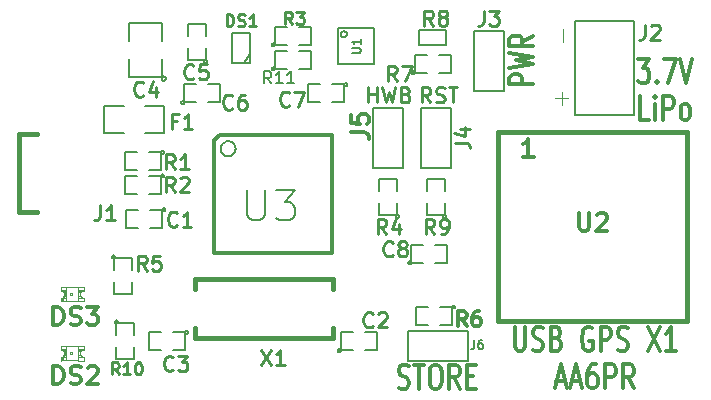
<source format=gto>
G04 (created by PCBNEW-RS274X (2012-01-19 BZR 3256)-stable) date 12/5/2012 4:20:54 PM*
G01*
G70*
G90*
%MOIN*%
G04 Gerber Fmt 3.4, Leading zero omitted, Abs format*
%FSLAX34Y34*%
G04 APERTURE LIST*
%ADD10C,0.006000*%
%ADD11C,0.012000*%
%ADD12C,0.010000*%
%ADD13C,0.005000*%
%ADD14C,0.008000*%
%ADD15C,0.015000*%
%ADD16C,0.002600*%
%ADD17C,0.004000*%
%ADD18C,0.002000*%
%ADD19C,0.003500*%
%ADD20C,0.012500*%
%ADD21C,0.006300*%
G04 APERTURE END LIST*
G54D10*
G54D11*
X54384Y-46126D02*
X54470Y-46164D01*
X54613Y-46164D01*
X54670Y-46126D01*
X54699Y-46088D01*
X54727Y-46011D01*
X54727Y-45935D01*
X54699Y-45859D01*
X54670Y-45821D01*
X54613Y-45783D01*
X54499Y-45745D01*
X54441Y-45707D01*
X54413Y-45669D01*
X54384Y-45592D01*
X54384Y-45516D01*
X54413Y-45440D01*
X54441Y-45402D01*
X54499Y-45364D01*
X54641Y-45364D01*
X54727Y-45402D01*
X54898Y-45364D02*
X55241Y-45364D01*
X55070Y-46164D02*
X55070Y-45364D01*
X55555Y-45364D02*
X55669Y-45364D01*
X55727Y-45402D01*
X55784Y-45478D01*
X55812Y-45630D01*
X55812Y-45897D01*
X55784Y-46050D01*
X55727Y-46126D01*
X55669Y-46164D01*
X55555Y-46164D01*
X55498Y-46126D01*
X55441Y-46050D01*
X55412Y-45897D01*
X55412Y-45630D01*
X55441Y-45478D01*
X55498Y-45402D01*
X55555Y-45364D01*
X56413Y-46164D02*
X56213Y-45783D01*
X56070Y-46164D02*
X56070Y-45364D01*
X56298Y-45364D01*
X56356Y-45402D01*
X56384Y-45440D01*
X56413Y-45516D01*
X56413Y-45630D01*
X56384Y-45707D01*
X56356Y-45745D01*
X56298Y-45783D01*
X56070Y-45783D01*
X56670Y-45745D02*
X56870Y-45745D01*
X56956Y-46164D02*
X56670Y-46164D01*
X56670Y-45364D01*
X56956Y-45364D01*
X62365Y-35174D02*
X62736Y-35174D01*
X62536Y-35479D01*
X62622Y-35479D01*
X62679Y-35517D01*
X62708Y-35555D01*
X62736Y-35631D01*
X62736Y-35821D01*
X62708Y-35898D01*
X62679Y-35936D01*
X62622Y-35974D01*
X62450Y-35974D01*
X62393Y-35936D01*
X62365Y-35898D01*
X62993Y-35898D02*
X63021Y-35936D01*
X62993Y-35974D01*
X62964Y-35936D01*
X62993Y-35898D01*
X62993Y-35974D01*
X63222Y-35174D02*
X63622Y-35174D01*
X63365Y-35974D01*
X63764Y-35174D02*
X63964Y-35974D01*
X64164Y-35174D01*
X62722Y-37214D02*
X62436Y-37214D01*
X62436Y-36414D01*
X62922Y-37214D02*
X62922Y-36680D01*
X62922Y-36414D02*
X62893Y-36452D01*
X62922Y-36490D01*
X62950Y-36452D01*
X62922Y-36414D01*
X62922Y-36490D01*
X63208Y-37214D02*
X63208Y-36414D01*
X63436Y-36414D01*
X63494Y-36452D01*
X63522Y-36490D01*
X63551Y-36566D01*
X63551Y-36680D01*
X63522Y-36757D01*
X63494Y-36795D01*
X63436Y-36833D01*
X63208Y-36833D01*
X63894Y-37214D02*
X63836Y-37176D01*
X63808Y-37138D01*
X63779Y-37061D01*
X63779Y-36833D01*
X63808Y-36757D01*
X63836Y-36719D01*
X63894Y-36680D01*
X63979Y-36680D01*
X64036Y-36719D01*
X64065Y-36757D01*
X64094Y-36833D01*
X64094Y-37061D01*
X64065Y-37138D01*
X64036Y-37176D01*
X63979Y-37214D01*
X63894Y-37214D01*
X58874Y-36025D02*
X58074Y-36025D01*
X58074Y-35797D01*
X58112Y-35739D01*
X58150Y-35711D01*
X58226Y-35682D01*
X58340Y-35682D01*
X58417Y-35711D01*
X58455Y-35739D01*
X58493Y-35797D01*
X58493Y-36025D01*
X58074Y-35482D02*
X58874Y-35339D01*
X58302Y-35225D01*
X58874Y-35111D01*
X58074Y-34968D01*
X58874Y-34396D02*
X58493Y-34596D01*
X58874Y-34739D02*
X58074Y-34739D01*
X58074Y-34511D01*
X58112Y-34453D01*
X58150Y-34425D01*
X58226Y-34396D01*
X58340Y-34396D01*
X58417Y-34425D01*
X58455Y-34453D01*
X58493Y-34511D01*
X58493Y-34739D01*
G54D12*
X53357Y-36619D02*
X53357Y-36119D01*
X53357Y-36357D02*
X53643Y-36357D01*
X53643Y-36619D02*
X53643Y-36119D01*
X53833Y-36119D02*
X53952Y-36619D01*
X54048Y-36262D01*
X54143Y-36619D01*
X54262Y-36119D01*
X54619Y-36357D02*
X54690Y-36381D01*
X54714Y-36405D01*
X54738Y-36453D01*
X54738Y-36524D01*
X54714Y-36572D01*
X54690Y-36596D01*
X54643Y-36619D01*
X54452Y-36619D01*
X54452Y-36119D01*
X54619Y-36119D01*
X54666Y-36143D01*
X54690Y-36167D01*
X54714Y-36215D01*
X54714Y-36262D01*
X54690Y-36310D01*
X54666Y-36334D01*
X54619Y-36357D01*
X54452Y-36357D01*
X55436Y-36619D02*
X55269Y-36381D01*
X55150Y-36619D02*
X55150Y-36119D01*
X55341Y-36119D01*
X55388Y-36143D01*
X55412Y-36167D01*
X55436Y-36215D01*
X55436Y-36286D01*
X55412Y-36334D01*
X55388Y-36357D01*
X55341Y-36381D01*
X55150Y-36381D01*
X55626Y-36596D02*
X55698Y-36619D01*
X55817Y-36619D01*
X55864Y-36596D01*
X55888Y-36572D01*
X55912Y-36524D01*
X55912Y-36477D01*
X55888Y-36429D01*
X55864Y-36405D01*
X55817Y-36381D01*
X55721Y-36357D01*
X55674Y-36334D01*
X55650Y-36310D01*
X55626Y-36262D01*
X55626Y-36215D01*
X55650Y-36167D01*
X55674Y-36143D01*
X55721Y-36119D01*
X55841Y-36119D01*
X55912Y-36143D01*
X56055Y-36119D02*
X56340Y-36119D01*
X56197Y-36619D02*
X56197Y-36119D01*
G54D11*
X58255Y-44111D02*
X58255Y-44758D01*
X58283Y-44835D01*
X58312Y-44873D01*
X58369Y-44911D01*
X58483Y-44911D01*
X58541Y-44873D01*
X58569Y-44835D01*
X58598Y-44758D01*
X58598Y-44111D01*
X58855Y-44873D02*
X58941Y-44911D01*
X59084Y-44911D01*
X59141Y-44873D01*
X59170Y-44835D01*
X59198Y-44758D01*
X59198Y-44682D01*
X59170Y-44606D01*
X59141Y-44568D01*
X59084Y-44530D01*
X58970Y-44492D01*
X58912Y-44454D01*
X58884Y-44416D01*
X58855Y-44339D01*
X58855Y-44263D01*
X58884Y-44187D01*
X58912Y-44149D01*
X58970Y-44111D01*
X59112Y-44111D01*
X59198Y-44149D01*
X59655Y-44492D02*
X59741Y-44530D01*
X59769Y-44568D01*
X59798Y-44644D01*
X59798Y-44758D01*
X59769Y-44835D01*
X59741Y-44873D01*
X59683Y-44911D01*
X59455Y-44911D01*
X59455Y-44111D01*
X59655Y-44111D01*
X59712Y-44149D01*
X59741Y-44187D01*
X59769Y-44263D01*
X59769Y-44339D01*
X59741Y-44416D01*
X59712Y-44454D01*
X59655Y-44492D01*
X59455Y-44492D01*
X60826Y-44149D02*
X60769Y-44111D01*
X60683Y-44111D01*
X60598Y-44149D01*
X60540Y-44225D01*
X60512Y-44301D01*
X60483Y-44454D01*
X60483Y-44568D01*
X60512Y-44720D01*
X60540Y-44797D01*
X60598Y-44873D01*
X60683Y-44911D01*
X60740Y-44911D01*
X60826Y-44873D01*
X60855Y-44835D01*
X60855Y-44568D01*
X60740Y-44568D01*
X61112Y-44911D02*
X61112Y-44111D01*
X61340Y-44111D01*
X61398Y-44149D01*
X61426Y-44187D01*
X61455Y-44263D01*
X61455Y-44377D01*
X61426Y-44454D01*
X61398Y-44492D01*
X61340Y-44530D01*
X61112Y-44530D01*
X61683Y-44873D02*
X61769Y-44911D01*
X61912Y-44911D01*
X61969Y-44873D01*
X61998Y-44835D01*
X62026Y-44758D01*
X62026Y-44682D01*
X61998Y-44606D01*
X61969Y-44568D01*
X61912Y-44530D01*
X61798Y-44492D01*
X61740Y-44454D01*
X61712Y-44416D01*
X61683Y-44339D01*
X61683Y-44263D01*
X61712Y-44187D01*
X61740Y-44149D01*
X61798Y-44111D01*
X61940Y-44111D01*
X62026Y-44149D01*
X62683Y-44111D02*
X63083Y-44911D01*
X63083Y-44111D02*
X62683Y-44911D01*
X63625Y-44911D02*
X63282Y-44911D01*
X63454Y-44911D02*
X63454Y-44111D01*
X63397Y-44225D01*
X63339Y-44301D01*
X63282Y-44339D01*
X59640Y-45922D02*
X59926Y-45922D01*
X59583Y-46151D02*
X59783Y-45351D01*
X59983Y-46151D01*
X60154Y-45922D02*
X60440Y-45922D01*
X60097Y-46151D02*
X60297Y-45351D01*
X60497Y-46151D01*
X60954Y-45351D02*
X60840Y-45351D01*
X60783Y-45389D01*
X60754Y-45427D01*
X60697Y-45541D01*
X60668Y-45694D01*
X60668Y-45998D01*
X60697Y-46075D01*
X60725Y-46113D01*
X60783Y-46151D01*
X60897Y-46151D01*
X60954Y-46113D01*
X60983Y-46075D01*
X61011Y-45998D01*
X61011Y-45808D01*
X60983Y-45732D01*
X60954Y-45694D01*
X60897Y-45656D01*
X60783Y-45656D01*
X60725Y-45694D01*
X60697Y-45732D01*
X60668Y-45808D01*
X61268Y-46151D02*
X61268Y-45351D01*
X61496Y-45351D01*
X61554Y-45389D01*
X61582Y-45427D01*
X61611Y-45503D01*
X61611Y-45617D01*
X61582Y-45694D01*
X61554Y-45732D01*
X61496Y-45770D01*
X61268Y-45770D01*
X62211Y-46151D02*
X62011Y-45770D01*
X61868Y-46151D02*
X61868Y-45351D01*
X62096Y-45351D01*
X62154Y-45389D01*
X62182Y-45427D01*
X62211Y-45503D01*
X62211Y-45617D01*
X62182Y-45694D01*
X62154Y-45732D01*
X62096Y-45770D01*
X61868Y-45770D01*
G54D13*
X49425Y-35000D02*
X49225Y-35300D01*
X49425Y-34300D02*
X49425Y-35325D01*
X49425Y-35325D02*
X48825Y-35325D01*
X48825Y-35325D02*
X48825Y-34300D01*
X48825Y-34300D02*
X49425Y-34300D01*
G54D14*
X62234Y-33901D02*
X62234Y-37049D01*
X62234Y-37049D02*
X60266Y-37049D01*
X60266Y-33901D02*
X62234Y-33901D01*
X60266Y-37049D02*
X60266Y-33901D01*
G54D13*
X62234Y-34590D02*
X62234Y-36360D01*
X61054Y-37049D02*
X60266Y-37049D01*
X60266Y-37049D02*
X60266Y-36163D01*
X60266Y-34787D02*
X60266Y-33901D01*
X60266Y-33901D02*
X61054Y-33901D01*
G54D14*
X52653Y-34344D02*
X52651Y-34363D01*
X52645Y-34382D01*
X52636Y-34399D01*
X52623Y-34414D01*
X52608Y-34426D01*
X52591Y-34436D01*
X52573Y-34441D01*
X52553Y-34443D01*
X52535Y-34442D01*
X52516Y-34436D01*
X52499Y-34427D01*
X52484Y-34415D01*
X52471Y-34400D01*
X52462Y-34383D01*
X52456Y-34364D01*
X52454Y-34345D01*
X52455Y-34326D01*
X52461Y-34308D01*
X52469Y-34290D01*
X52482Y-34275D01*
X52496Y-34262D01*
X52513Y-34253D01*
X52532Y-34247D01*
X52551Y-34245D01*
X52570Y-34246D01*
X52589Y-34251D01*
X52606Y-34260D01*
X52621Y-34272D01*
X52634Y-34287D01*
X52644Y-34304D01*
X52650Y-34322D01*
X52652Y-34342D01*
X52653Y-34344D01*
X52353Y-35344D02*
X52353Y-34144D01*
X52353Y-34144D02*
X53553Y-34144D01*
X53553Y-34144D02*
X53553Y-35344D01*
X53553Y-35344D02*
X52353Y-35344D01*
G54D15*
X41732Y-37677D02*
X42323Y-37677D01*
X41732Y-40275D02*
X42323Y-40275D01*
X41732Y-37677D02*
X41732Y-40275D01*
G54D13*
X46566Y-38283D02*
X46565Y-38292D01*
X46562Y-38302D01*
X46557Y-38310D01*
X46551Y-38318D01*
X46543Y-38324D01*
X46535Y-38329D01*
X46526Y-38331D01*
X46516Y-38332D01*
X46507Y-38332D01*
X46498Y-38329D01*
X46489Y-38324D01*
X46482Y-38318D01*
X46475Y-38311D01*
X46471Y-38302D01*
X46468Y-38293D01*
X46467Y-38283D01*
X46467Y-38274D01*
X46470Y-38265D01*
X46474Y-38256D01*
X46481Y-38249D01*
X46488Y-38242D01*
X46496Y-38238D01*
X46506Y-38235D01*
X46515Y-38234D01*
X46524Y-38234D01*
X46534Y-38237D01*
X46542Y-38241D01*
X46550Y-38247D01*
X46556Y-38255D01*
X46561Y-38263D01*
X46564Y-38272D01*
X46565Y-38282D01*
X46566Y-38283D01*
X46066Y-38283D02*
X46466Y-38283D01*
X46466Y-38283D02*
X46466Y-38883D01*
X46466Y-38883D02*
X46066Y-38883D01*
X45666Y-38883D02*
X45266Y-38883D01*
X45266Y-38883D02*
X45266Y-38283D01*
X45266Y-38283D02*
X45666Y-38283D01*
X46566Y-39070D02*
X46565Y-39079D01*
X46562Y-39089D01*
X46557Y-39097D01*
X46551Y-39105D01*
X46543Y-39111D01*
X46535Y-39116D01*
X46526Y-39118D01*
X46516Y-39119D01*
X46507Y-39119D01*
X46498Y-39116D01*
X46489Y-39111D01*
X46482Y-39105D01*
X46475Y-39098D01*
X46471Y-39089D01*
X46468Y-39080D01*
X46467Y-39070D01*
X46467Y-39061D01*
X46470Y-39052D01*
X46474Y-39043D01*
X46481Y-39036D01*
X46488Y-39029D01*
X46496Y-39025D01*
X46506Y-39022D01*
X46515Y-39021D01*
X46524Y-39021D01*
X46534Y-39024D01*
X46542Y-39028D01*
X46550Y-39034D01*
X46556Y-39042D01*
X46561Y-39050D01*
X46564Y-39059D01*
X46565Y-39069D01*
X46566Y-39070D01*
X46066Y-39070D02*
X46466Y-39070D01*
X46466Y-39070D02*
X46466Y-39670D01*
X46466Y-39670D02*
X46066Y-39670D01*
X45666Y-39670D02*
X45266Y-39670D01*
X45266Y-39670D02*
X45266Y-39070D01*
X45266Y-39070D02*
X45666Y-39070D01*
X50250Y-34700D02*
X50249Y-34709D01*
X50246Y-34719D01*
X50241Y-34727D01*
X50235Y-34735D01*
X50227Y-34741D01*
X50219Y-34746D01*
X50210Y-34748D01*
X50200Y-34749D01*
X50191Y-34749D01*
X50182Y-34746D01*
X50173Y-34741D01*
X50166Y-34735D01*
X50159Y-34728D01*
X50155Y-34719D01*
X50152Y-34710D01*
X50151Y-34700D01*
X50151Y-34691D01*
X50154Y-34682D01*
X50158Y-34673D01*
X50165Y-34666D01*
X50172Y-34659D01*
X50180Y-34655D01*
X50190Y-34652D01*
X50199Y-34651D01*
X50208Y-34651D01*
X50218Y-34654D01*
X50226Y-34658D01*
X50234Y-34664D01*
X50240Y-34672D01*
X50245Y-34680D01*
X50248Y-34689D01*
X50249Y-34699D01*
X50250Y-34700D01*
X50650Y-34700D02*
X50250Y-34700D01*
X50250Y-34700D02*
X50250Y-34100D01*
X50250Y-34100D02*
X50650Y-34100D01*
X51050Y-34100D02*
X51450Y-34100D01*
X51450Y-34100D02*
X51450Y-34700D01*
X51450Y-34700D02*
X51050Y-34700D01*
X54385Y-40414D02*
X54384Y-40423D01*
X54381Y-40433D01*
X54376Y-40441D01*
X54370Y-40449D01*
X54362Y-40455D01*
X54354Y-40460D01*
X54345Y-40462D01*
X54335Y-40463D01*
X54326Y-40463D01*
X54317Y-40460D01*
X54308Y-40455D01*
X54301Y-40449D01*
X54294Y-40442D01*
X54290Y-40433D01*
X54287Y-40424D01*
X54286Y-40414D01*
X54286Y-40405D01*
X54289Y-40396D01*
X54293Y-40387D01*
X54300Y-40380D01*
X54307Y-40373D01*
X54315Y-40369D01*
X54325Y-40366D01*
X54334Y-40365D01*
X54343Y-40365D01*
X54353Y-40368D01*
X54361Y-40372D01*
X54369Y-40378D01*
X54375Y-40386D01*
X54380Y-40394D01*
X54383Y-40403D01*
X54384Y-40413D01*
X54385Y-40414D01*
X54335Y-39964D02*
X54335Y-40364D01*
X54335Y-40364D02*
X53735Y-40364D01*
X53735Y-40364D02*
X53735Y-39964D01*
X53735Y-39564D02*
X53735Y-39164D01*
X53735Y-39164D02*
X54335Y-39164D01*
X54335Y-39164D02*
X54335Y-39564D01*
X44927Y-41771D02*
X44926Y-41780D01*
X44923Y-41790D01*
X44918Y-41798D01*
X44912Y-41806D01*
X44904Y-41812D01*
X44896Y-41817D01*
X44887Y-41819D01*
X44877Y-41820D01*
X44868Y-41820D01*
X44859Y-41817D01*
X44850Y-41812D01*
X44843Y-41806D01*
X44836Y-41799D01*
X44832Y-41790D01*
X44829Y-41781D01*
X44828Y-41771D01*
X44828Y-41762D01*
X44831Y-41753D01*
X44835Y-41744D01*
X44842Y-41737D01*
X44849Y-41730D01*
X44857Y-41726D01*
X44867Y-41723D01*
X44876Y-41722D01*
X44885Y-41722D01*
X44895Y-41725D01*
X44903Y-41729D01*
X44911Y-41735D01*
X44917Y-41743D01*
X44922Y-41751D01*
X44925Y-41760D01*
X44926Y-41770D01*
X44927Y-41771D01*
X44877Y-42221D02*
X44877Y-41821D01*
X44877Y-41821D02*
X45477Y-41821D01*
X45477Y-41821D02*
X45477Y-42221D01*
X45477Y-42621D02*
X45477Y-43021D01*
X45477Y-43021D02*
X44877Y-43021D01*
X44877Y-43021D02*
X44877Y-42621D01*
X54912Y-35635D02*
X54911Y-35644D01*
X54908Y-35654D01*
X54903Y-35662D01*
X54897Y-35670D01*
X54889Y-35676D01*
X54881Y-35681D01*
X54872Y-35683D01*
X54862Y-35684D01*
X54853Y-35684D01*
X54844Y-35681D01*
X54835Y-35676D01*
X54828Y-35670D01*
X54821Y-35663D01*
X54817Y-35654D01*
X54814Y-35645D01*
X54813Y-35635D01*
X54813Y-35626D01*
X54816Y-35617D01*
X54820Y-35608D01*
X54827Y-35601D01*
X54834Y-35594D01*
X54842Y-35590D01*
X54852Y-35587D01*
X54861Y-35586D01*
X54870Y-35586D01*
X54880Y-35589D01*
X54888Y-35593D01*
X54896Y-35599D01*
X54902Y-35607D01*
X54907Y-35615D01*
X54910Y-35624D01*
X54911Y-35634D01*
X54912Y-35635D01*
X55312Y-35635D02*
X54912Y-35635D01*
X54912Y-35635D02*
X54912Y-35035D01*
X54912Y-35035D02*
X55312Y-35035D01*
X55712Y-35035D02*
X56112Y-35035D01*
X56112Y-35035D02*
X56112Y-35635D01*
X56112Y-35635D02*
X55712Y-35635D01*
X55960Y-40414D02*
X55959Y-40423D01*
X55956Y-40433D01*
X55951Y-40441D01*
X55945Y-40449D01*
X55937Y-40455D01*
X55929Y-40460D01*
X55920Y-40462D01*
X55910Y-40463D01*
X55901Y-40463D01*
X55892Y-40460D01*
X55883Y-40455D01*
X55876Y-40449D01*
X55869Y-40442D01*
X55865Y-40433D01*
X55862Y-40424D01*
X55861Y-40414D01*
X55861Y-40405D01*
X55864Y-40396D01*
X55868Y-40387D01*
X55875Y-40380D01*
X55882Y-40373D01*
X55890Y-40369D01*
X55900Y-40366D01*
X55909Y-40365D01*
X55918Y-40365D01*
X55928Y-40368D01*
X55936Y-40372D01*
X55944Y-40378D01*
X55950Y-40386D01*
X55955Y-40394D01*
X55958Y-40403D01*
X55959Y-40413D01*
X55960Y-40414D01*
X55910Y-39964D02*
X55910Y-40364D01*
X55910Y-40364D02*
X55310Y-40364D01*
X55310Y-40364D02*
X55310Y-39964D01*
X55310Y-39564D02*
X55310Y-39164D01*
X55310Y-39164D02*
X55910Y-39164D01*
X55910Y-39164D02*
X55910Y-39564D01*
G54D11*
X52167Y-37695D02*
X52167Y-41635D01*
X52167Y-41635D02*
X48227Y-41635D01*
X48227Y-37885D02*
X48227Y-41635D01*
X48417Y-37695D02*
X52167Y-37695D01*
X48227Y-37885D02*
X48417Y-37695D01*
G54D14*
X48947Y-38165D02*
X48942Y-38213D01*
X48928Y-38260D01*
X48905Y-38303D01*
X48874Y-38341D01*
X48836Y-38372D01*
X48793Y-38395D01*
X48747Y-38409D01*
X48698Y-38414D01*
X48651Y-38410D01*
X48604Y-38396D01*
X48561Y-38374D01*
X48523Y-38343D01*
X48491Y-38306D01*
X48468Y-38263D01*
X48453Y-38216D01*
X48448Y-38168D01*
X48452Y-38120D01*
X48465Y-38073D01*
X48487Y-38030D01*
X48518Y-37992D01*
X48555Y-37960D01*
X48597Y-37936D01*
X48644Y-37921D01*
X48692Y-37916D01*
X48740Y-37919D01*
X48787Y-37932D01*
X48830Y-37954D01*
X48869Y-37984D01*
X48901Y-38021D01*
X48925Y-38064D01*
X48940Y-38110D01*
X48946Y-38159D01*
X48947Y-38165D01*
G54D10*
X57882Y-36236D02*
X56882Y-36236D01*
X56882Y-36236D02*
X56882Y-34236D01*
X56882Y-34236D02*
X57882Y-34236D01*
X57882Y-34236D02*
X57882Y-36236D01*
G54D13*
X46600Y-40200D02*
X46599Y-40209D01*
X46596Y-40219D01*
X46591Y-40227D01*
X46585Y-40235D01*
X46577Y-40241D01*
X46569Y-40246D01*
X46560Y-40248D01*
X46550Y-40249D01*
X46541Y-40249D01*
X46532Y-40246D01*
X46523Y-40241D01*
X46516Y-40235D01*
X46509Y-40228D01*
X46505Y-40219D01*
X46502Y-40210D01*
X46501Y-40200D01*
X46501Y-40191D01*
X46504Y-40182D01*
X46508Y-40173D01*
X46515Y-40166D01*
X46522Y-40159D01*
X46530Y-40155D01*
X46540Y-40152D01*
X46549Y-40151D01*
X46558Y-40151D01*
X46568Y-40154D01*
X46576Y-40158D01*
X46584Y-40164D01*
X46590Y-40172D01*
X46595Y-40180D01*
X46598Y-40189D01*
X46599Y-40199D01*
X46600Y-40200D01*
X46100Y-40200D02*
X46500Y-40200D01*
X46500Y-40200D02*
X46500Y-40800D01*
X46500Y-40800D02*
X46100Y-40800D01*
X45700Y-40800D02*
X45300Y-40800D01*
X45300Y-40800D02*
X45300Y-40200D01*
X45300Y-40200D02*
X45700Y-40200D01*
X52451Y-44887D02*
X52450Y-44896D01*
X52447Y-44906D01*
X52442Y-44914D01*
X52436Y-44922D01*
X52428Y-44928D01*
X52420Y-44933D01*
X52411Y-44935D01*
X52401Y-44936D01*
X52392Y-44936D01*
X52383Y-44933D01*
X52374Y-44928D01*
X52367Y-44922D01*
X52360Y-44915D01*
X52356Y-44906D01*
X52353Y-44897D01*
X52352Y-44887D01*
X52352Y-44878D01*
X52355Y-44869D01*
X52359Y-44860D01*
X52366Y-44853D01*
X52373Y-44846D01*
X52381Y-44842D01*
X52391Y-44839D01*
X52400Y-44838D01*
X52409Y-44838D01*
X52419Y-44841D01*
X52427Y-44845D01*
X52435Y-44851D01*
X52441Y-44859D01*
X52446Y-44867D01*
X52449Y-44876D01*
X52450Y-44886D01*
X52451Y-44887D01*
X52851Y-44887D02*
X52451Y-44887D01*
X52451Y-44887D02*
X52451Y-44287D01*
X52451Y-44287D02*
X52851Y-44287D01*
X53251Y-44287D02*
X53651Y-44287D01*
X53651Y-44287D02*
X53651Y-44887D01*
X53651Y-44887D02*
X53251Y-44887D01*
X47354Y-44287D02*
X47353Y-44296D01*
X47350Y-44306D01*
X47345Y-44314D01*
X47339Y-44322D01*
X47331Y-44328D01*
X47323Y-44333D01*
X47314Y-44335D01*
X47304Y-44336D01*
X47295Y-44336D01*
X47286Y-44333D01*
X47277Y-44328D01*
X47270Y-44322D01*
X47263Y-44315D01*
X47259Y-44306D01*
X47256Y-44297D01*
X47255Y-44287D01*
X47255Y-44278D01*
X47258Y-44269D01*
X47262Y-44260D01*
X47269Y-44253D01*
X47276Y-44246D01*
X47284Y-44242D01*
X47294Y-44239D01*
X47303Y-44238D01*
X47312Y-44238D01*
X47322Y-44241D01*
X47330Y-44245D01*
X47338Y-44251D01*
X47344Y-44259D01*
X47349Y-44267D01*
X47352Y-44276D01*
X47353Y-44286D01*
X47354Y-44287D01*
X46854Y-44287D02*
X47254Y-44287D01*
X47254Y-44287D02*
X47254Y-44887D01*
X47254Y-44887D02*
X46854Y-44887D01*
X46454Y-44887D02*
X46054Y-44887D01*
X46054Y-44887D02*
X46054Y-44287D01*
X46054Y-44287D02*
X46454Y-44287D01*
X46620Y-35825D02*
X46618Y-35838D01*
X46614Y-35851D01*
X46608Y-35863D01*
X46599Y-35874D01*
X46589Y-35883D01*
X46577Y-35889D01*
X46564Y-35893D01*
X46550Y-35894D01*
X46537Y-35893D01*
X46524Y-35889D01*
X46512Y-35883D01*
X46502Y-35875D01*
X46493Y-35864D01*
X46486Y-35852D01*
X46482Y-35839D01*
X46481Y-35825D01*
X46482Y-35813D01*
X46485Y-35800D01*
X46492Y-35788D01*
X46500Y-35777D01*
X46511Y-35768D01*
X46522Y-35761D01*
X46535Y-35757D01*
X46549Y-35756D01*
X46562Y-35757D01*
X46575Y-35760D01*
X46587Y-35766D01*
X46598Y-35775D01*
X46607Y-35785D01*
X46613Y-35797D01*
X46618Y-35810D01*
X46619Y-35824D01*
X46620Y-35825D01*
X45400Y-35175D02*
X45400Y-35775D01*
X45400Y-35775D02*
X46500Y-35775D01*
X46500Y-35775D02*
X46500Y-35175D01*
X46500Y-34575D02*
X46500Y-33975D01*
X46500Y-33975D02*
X45400Y-33975D01*
X45400Y-33975D02*
X45400Y-34575D01*
X48000Y-35250D02*
X47999Y-35259D01*
X47996Y-35269D01*
X47991Y-35277D01*
X47985Y-35285D01*
X47977Y-35291D01*
X47969Y-35296D01*
X47960Y-35298D01*
X47950Y-35299D01*
X47941Y-35299D01*
X47932Y-35296D01*
X47923Y-35291D01*
X47916Y-35285D01*
X47909Y-35278D01*
X47905Y-35269D01*
X47902Y-35260D01*
X47901Y-35250D01*
X47901Y-35241D01*
X47904Y-35232D01*
X47908Y-35223D01*
X47915Y-35216D01*
X47922Y-35209D01*
X47930Y-35205D01*
X47940Y-35202D01*
X47949Y-35201D01*
X47958Y-35201D01*
X47968Y-35204D01*
X47976Y-35208D01*
X47984Y-35214D01*
X47990Y-35222D01*
X47995Y-35230D01*
X47998Y-35239D01*
X47999Y-35249D01*
X48000Y-35250D01*
X47950Y-34800D02*
X47950Y-35200D01*
X47950Y-35200D02*
X47350Y-35200D01*
X47350Y-35200D02*
X47350Y-34800D01*
X47350Y-34400D02*
X47350Y-34000D01*
X47350Y-34000D02*
X47950Y-34000D01*
X47950Y-34000D02*
X47950Y-34400D01*
X47235Y-36619D02*
X47234Y-36628D01*
X47231Y-36638D01*
X47226Y-36646D01*
X47220Y-36654D01*
X47212Y-36660D01*
X47204Y-36665D01*
X47195Y-36667D01*
X47185Y-36668D01*
X47176Y-36668D01*
X47167Y-36665D01*
X47158Y-36660D01*
X47151Y-36654D01*
X47144Y-36647D01*
X47140Y-36638D01*
X47137Y-36629D01*
X47136Y-36619D01*
X47136Y-36610D01*
X47139Y-36601D01*
X47143Y-36592D01*
X47150Y-36585D01*
X47157Y-36578D01*
X47165Y-36574D01*
X47175Y-36571D01*
X47184Y-36570D01*
X47193Y-36570D01*
X47203Y-36573D01*
X47211Y-36577D01*
X47219Y-36583D01*
X47225Y-36591D01*
X47230Y-36599D01*
X47233Y-36608D01*
X47234Y-36618D01*
X47235Y-36619D01*
X47635Y-36619D02*
X47235Y-36619D01*
X47235Y-36619D02*
X47235Y-36019D01*
X47235Y-36019D02*
X47635Y-36019D01*
X48035Y-36019D02*
X48435Y-36019D01*
X48435Y-36019D02*
X48435Y-36619D01*
X48435Y-36619D02*
X48035Y-36619D01*
X52669Y-36019D02*
X52668Y-36028D01*
X52665Y-36038D01*
X52660Y-36046D01*
X52654Y-36054D01*
X52646Y-36060D01*
X52638Y-36065D01*
X52629Y-36067D01*
X52619Y-36068D01*
X52610Y-36068D01*
X52601Y-36065D01*
X52592Y-36060D01*
X52585Y-36054D01*
X52578Y-36047D01*
X52574Y-36038D01*
X52571Y-36029D01*
X52570Y-36019D01*
X52570Y-36010D01*
X52573Y-36001D01*
X52577Y-35992D01*
X52584Y-35985D01*
X52591Y-35978D01*
X52599Y-35974D01*
X52609Y-35971D01*
X52618Y-35970D01*
X52627Y-35970D01*
X52637Y-35973D01*
X52645Y-35977D01*
X52653Y-35983D01*
X52659Y-35991D01*
X52664Y-35999D01*
X52667Y-36008D01*
X52668Y-36018D01*
X52669Y-36019D01*
X52169Y-36019D02*
X52569Y-36019D01*
X52569Y-36019D02*
X52569Y-36619D01*
X52569Y-36619D02*
X52169Y-36619D01*
X51769Y-36619D02*
X51369Y-36619D01*
X51369Y-36619D02*
X51369Y-36019D01*
X51369Y-36019D02*
X51769Y-36019D01*
X54800Y-41960D02*
X54799Y-41969D01*
X54796Y-41979D01*
X54791Y-41987D01*
X54785Y-41995D01*
X54777Y-42001D01*
X54769Y-42006D01*
X54760Y-42008D01*
X54750Y-42009D01*
X54741Y-42009D01*
X54732Y-42006D01*
X54723Y-42001D01*
X54716Y-41995D01*
X54709Y-41988D01*
X54705Y-41979D01*
X54702Y-41970D01*
X54701Y-41960D01*
X54701Y-41951D01*
X54704Y-41942D01*
X54708Y-41933D01*
X54715Y-41926D01*
X54722Y-41919D01*
X54730Y-41915D01*
X54740Y-41912D01*
X54749Y-41911D01*
X54758Y-41911D01*
X54768Y-41914D01*
X54776Y-41918D01*
X54784Y-41924D01*
X54790Y-41932D01*
X54795Y-41940D01*
X54798Y-41949D01*
X54799Y-41959D01*
X54800Y-41960D01*
X55200Y-41960D02*
X54800Y-41960D01*
X54800Y-41960D02*
X54800Y-41360D01*
X54800Y-41360D02*
X55200Y-41360D01*
X55600Y-41360D02*
X56000Y-41360D01*
X56000Y-41360D02*
X56000Y-41960D01*
X56000Y-41960D02*
X55600Y-41960D01*
X46571Y-37655D02*
X46571Y-36755D01*
X46571Y-36755D02*
X45921Y-36755D01*
X45221Y-37655D02*
X44571Y-37655D01*
X44571Y-37655D02*
X44571Y-36755D01*
X44571Y-36755D02*
X45221Y-36755D01*
X45921Y-37655D02*
X46571Y-37655D01*
G54D15*
X52205Y-42520D02*
X47599Y-42520D01*
X47599Y-44488D02*
X52205Y-44488D01*
X47599Y-42520D02*
X47599Y-42854D01*
X47599Y-44488D02*
X47599Y-44154D01*
X52205Y-42520D02*
X52205Y-42854D01*
X52205Y-44488D02*
X52205Y-44154D01*
G54D16*
X43308Y-42894D02*
X43308Y-42766D01*
X43308Y-42766D02*
X43111Y-42766D01*
X43111Y-42894D02*
X43111Y-42766D01*
X43308Y-42894D02*
X43111Y-42894D01*
X43308Y-43139D02*
X43308Y-43080D01*
X43308Y-43080D02*
X43209Y-43080D01*
X43209Y-43139D02*
X43209Y-43080D01*
X43308Y-43139D02*
X43209Y-43139D01*
X43308Y-42944D02*
X43308Y-42885D01*
X43308Y-42885D02*
X43209Y-42885D01*
X43209Y-42944D02*
X43209Y-42885D01*
X43308Y-42944D02*
X43209Y-42944D01*
X43308Y-43090D02*
X43308Y-42934D01*
X43308Y-42934D02*
X43239Y-42934D01*
X43239Y-43090D02*
X43239Y-42934D01*
X43308Y-43090D02*
X43239Y-43090D01*
X43897Y-42894D02*
X43897Y-42766D01*
X43897Y-42766D02*
X43700Y-42766D01*
X43700Y-42894D02*
X43700Y-42766D01*
X43897Y-42894D02*
X43700Y-42894D01*
X43897Y-43258D02*
X43897Y-43130D01*
X43897Y-43130D02*
X43700Y-43130D01*
X43700Y-43258D02*
X43700Y-43130D01*
X43897Y-43258D02*
X43700Y-43258D01*
X43799Y-42944D02*
X43799Y-42885D01*
X43799Y-42885D02*
X43700Y-42885D01*
X43700Y-42944D02*
X43700Y-42885D01*
X43799Y-42944D02*
X43700Y-42944D01*
X43799Y-43139D02*
X43799Y-43080D01*
X43799Y-43080D02*
X43700Y-43080D01*
X43700Y-43139D02*
X43700Y-43080D01*
X43799Y-43139D02*
X43700Y-43139D01*
X43769Y-43090D02*
X43769Y-42934D01*
X43769Y-42934D02*
X43700Y-42934D01*
X43700Y-43090D02*
X43700Y-42934D01*
X43769Y-43090D02*
X43700Y-43090D01*
X43504Y-43051D02*
X43504Y-42973D01*
X43504Y-42973D02*
X43426Y-42973D01*
X43426Y-43051D02*
X43426Y-42973D01*
X43504Y-43051D02*
X43426Y-43051D01*
X43308Y-43248D02*
X43308Y-43130D01*
X43308Y-43130D02*
X43190Y-43130D01*
X43190Y-43248D02*
X43190Y-43130D01*
X43308Y-43248D02*
X43190Y-43248D01*
X43140Y-43258D02*
X43140Y-43169D01*
X43140Y-43169D02*
X43111Y-43169D01*
X43111Y-43258D02*
X43111Y-43169D01*
X43140Y-43258D02*
X43111Y-43258D01*
G54D17*
X43298Y-42786D02*
X43710Y-42786D01*
X43700Y-43238D02*
X43140Y-43238D01*
G54D18*
X43198Y-43189D02*
X43197Y-43194D01*
X43195Y-43199D01*
X43193Y-43204D01*
X43189Y-43208D01*
X43185Y-43212D01*
X43180Y-43214D01*
X43175Y-43216D01*
X43170Y-43216D01*
X43165Y-43216D01*
X43160Y-43214D01*
X43155Y-43212D01*
X43151Y-43209D01*
X43147Y-43204D01*
X43145Y-43200D01*
X43143Y-43194D01*
X43143Y-43189D01*
X43143Y-43184D01*
X43144Y-43179D01*
X43147Y-43174D01*
X43150Y-43170D01*
X43155Y-43167D01*
X43159Y-43164D01*
X43164Y-43162D01*
X43170Y-43162D01*
X43174Y-43162D01*
X43180Y-43163D01*
X43185Y-43166D01*
X43189Y-43169D01*
X43192Y-43173D01*
X43195Y-43178D01*
X43197Y-43183D01*
X43197Y-43189D01*
X43198Y-43189D01*
G54D17*
X43111Y-43149D02*
X43122Y-43148D01*
X43134Y-43146D01*
X43146Y-43144D01*
X43157Y-43140D01*
X43168Y-43136D01*
X43179Y-43130D01*
X43189Y-43124D01*
X43199Y-43116D01*
X43207Y-43108D01*
X43215Y-43100D01*
X43223Y-43090D01*
X43229Y-43080D01*
X43235Y-43069D01*
X43239Y-43058D01*
X43243Y-43047D01*
X43245Y-43035D01*
X43247Y-43023D01*
X43248Y-43012D01*
X43247Y-43001D01*
X43245Y-42989D01*
X43243Y-42977D01*
X43239Y-42966D01*
X43235Y-42955D01*
X43229Y-42944D01*
X43223Y-42934D01*
X43215Y-42924D01*
X43207Y-42916D01*
X43199Y-42908D01*
X43189Y-42900D01*
X43179Y-42894D01*
X43168Y-42888D01*
X43157Y-42884D01*
X43146Y-42880D01*
X43134Y-42878D01*
X43122Y-42876D01*
X43111Y-42875D01*
X43897Y-42875D02*
X43886Y-42876D01*
X43874Y-42878D01*
X43862Y-42880D01*
X43851Y-42884D01*
X43840Y-42888D01*
X43829Y-42894D01*
X43819Y-42900D01*
X43809Y-42908D01*
X43801Y-42916D01*
X43793Y-42924D01*
X43785Y-42934D01*
X43779Y-42944D01*
X43773Y-42955D01*
X43769Y-42966D01*
X43765Y-42977D01*
X43763Y-42989D01*
X43761Y-43001D01*
X43760Y-43012D01*
X43761Y-43023D01*
X43763Y-43035D01*
X43765Y-43047D01*
X43769Y-43058D01*
X43773Y-43069D01*
X43779Y-43080D01*
X43785Y-43090D01*
X43793Y-43100D01*
X43801Y-43108D01*
X43809Y-43116D01*
X43819Y-43124D01*
X43829Y-43130D01*
X43840Y-43136D01*
X43851Y-43140D01*
X43862Y-43144D01*
X43874Y-43146D01*
X43886Y-43148D01*
X43897Y-43149D01*
G54D16*
X43308Y-44862D02*
X43308Y-44734D01*
X43308Y-44734D02*
X43111Y-44734D01*
X43111Y-44862D02*
X43111Y-44734D01*
X43308Y-44862D02*
X43111Y-44862D01*
X43308Y-45107D02*
X43308Y-45048D01*
X43308Y-45048D02*
X43209Y-45048D01*
X43209Y-45107D02*
X43209Y-45048D01*
X43308Y-45107D02*
X43209Y-45107D01*
X43308Y-44912D02*
X43308Y-44853D01*
X43308Y-44853D02*
X43209Y-44853D01*
X43209Y-44912D02*
X43209Y-44853D01*
X43308Y-44912D02*
X43209Y-44912D01*
X43308Y-45058D02*
X43308Y-44902D01*
X43308Y-44902D02*
X43239Y-44902D01*
X43239Y-45058D02*
X43239Y-44902D01*
X43308Y-45058D02*
X43239Y-45058D01*
X43897Y-44862D02*
X43897Y-44734D01*
X43897Y-44734D02*
X43700Y-44734D01*
X43700Y-44862D02*
X43700Y-44734D01*
X43897Y-44862D02*
X43700Y-44862D01*
X43897Y-45226D02*
X43897Y-45098D01*
X43897Y-45098D02*
X43700Y-45098D01*
X43700Y-45226D02*
X43700Y-45098D01*
X43897Y-45226D02*
X43700Y-45226D01*
X43799Y-44912D02*
X43799Y-44853D01*
X43799Y-44853D02*
X43700Y-44853D01*
X43700Y-44912D02*
X43700Y-44853D01*
X43799Y-44912D02*
X43700Y-44912D01*
X43799Y-45107D02*
X43799Y-45048D01*
X43799Y-45048D02*
X43700Y-45048D01*
X43700Y-45107D02*
X43700Y-45048D01*
X43799Y-45107D02*
X43700Y-45107D01*
X43769Y-45058D02*
X43769Y-44902D01*
X43769Y-44902D02*
X43700Y-44902D01*
X43700Y-45058D02*
X43700Y-44902D01*
X43769Y-45058D02*
X43700Y-45058D01*
X43504Y-45019D02*
X43504Y-44941D01*
X43504Y-44941D02*
X43426Y-44941D01*
X43426Y-45019D02*
X43426Y-44941D01*
X43504Y-45019D02*
X43426Y-45019D01*
X43308Y-45216D02*
X43308Y-45098D01*
X43308Y-45098D02*
X43190Y-45098D01*
X43190Y-45216D02*
X43190Y-45098D01*
X43308Y-45216D02*
X43190Y-45216D01*
X43140Y-45226D02*
X43140Y-45137D01*
X43140Y-45137D02*
X43111Y-45137D01*
X43111Y-45226D02*
X43111Y-45137D01*
X43140Y-45226D02*
X43111Y-45226D01*
G54D17*
X43298Y-44754D02*
X43710Y-44754D01*
X43700Y-45206D02*
X43140Y-45206D01*
G54D18*
X43198Y-45157D02*
X43197Y-45162D01*
X43195Y-45167D01*
X43193Y-45172D01*
X43189Y-45176D01*
X43185Y-45180D01*
X43180Y-45182D01*
X43175Y-45184D01*
X43170Y-45184D01*
X43165Y-45184D01*
X43160Y-45182D01*
X43155Y-45180D01*
X43151Y-45177D01*
X43147Y-45172D01*
X43145Y-45168D01*
X43143Y-45162D01*
X43143Y-45157D01*
X43143Y-45152D01*
X43144Y-45147D01*
X43147Y-45142D01*
X43150Y-45138D01*
X43155Y-45135D01*
X43159Y-45132D01*
X43164Y-45130D01*
X43170Y-45130D01*
X43174Y-45130D01*
X43180Y-45131D01*
X43185Y-45134D01*
X43189Y-45137D01*
X43192Y-45141D01*
X43195Y-45146D01*
X43197Y-45151D01*
X43197Y-45157D01*
X43198Y-45157D01*
G54D17*
X43111Y-45117D02*
X43122Y-45116D01*
X43134Y-45114D01*
X43146Y-45112D01*
X43157Y-45108D01*
X43168Y-45104D01*
X43179Y-45098D01*
X43189Y-45092D01*
X43199Y-45084D01*
X43207Y-45076D01*
X43215Y-45068D01*
X43223Y-45058D01*
X43229Y-45048D01*
X43235Y-45037D01*
X43239Y-45026D01*
X43243Y-45015D01*
X43245Y-45003D01*
X43247Y-44991D01*
X43248Y-44980D01*
X43247Y-44969D01*
X43245Y-44957D01*
X43243Y-44945D01*
X43239Y-44934D01*
X43235Y-44923D01*
X43229Y-44912D01*
X43223Y-44902D01*
X43215Y-44892D01*
X43207Y-44884D01*
X43199Y-44876D01*
X43189Y-44868D01*
X43179Y-44862D01*
X43168Y-44856D01*
X43157Y-44852D01*
X43146Y-44848D01*
X43134Y-44846D01*
X43122Y-44844D01*
X43111Y-44843D01*
X43897Y-44843D02*
X43886Y-44844D01*
X43874Y-44846D01*
X43862Y-44848D01*
X43851Y-44852D01*
X43840Y-44856D01*
X43829Y-44862D01*
X43819Y-44868D01*
X43809Y-44876D01*
X43801Y-44884D01*
X43793Y-44892D01*
X43785Y-44902D01*
X43779Y-44912D01*
X43773Y-44923D01*
X43769Y-44934D01*
X43765Y-44945D01*
X43763Y-44957D01*
X43761Y-44969D01*
X43760Y-44980D01*
X43761Y-44991D01*
X43763Y-45003D01*
X43765Y-45015D01*
X43769Y-45026D01*
X43773Y-45037D01*
X43779Y-45048D01*
X43785Y-45058D01*
X43793Y-45068D01*
X43801Y-45076D01*
X43809Y-45084D01*
X43819Y-45092D01*
X43829Y-45098D01*
X43840Y-45104D01*
X43851Y-45108D01*
X43862Y-45112D01*
X43874Y-45114D01*
X43886Y-45116D01*
X43897Y-45117D01*
G54D10*
X56110Y-38795D02*
X55110Y-38795D01*
X55110Y-38795D02*
X55110Y-36795D01*
X55110Y-36795D02*
X56110Y-36795D01*
X56110Y-36795D02*
X56110Y-38795D01*
X54535Y-38795D02*
X53535Y-38795D01*
X53535Y-38795D02*
X53535Y-36795D01*
X53535Y-36795D02*
X54535Y-36795D01*
X54535Y-36795D02*
X54535Y-38795D01*
G54D13*
X55062Y-34199D02*
X55962Y-34199D01*
X55962Y-34199D02*
X55962Y-34699D01*
X55962Y-34699D02*
X55062Y-34699D01*
X55062Y-34699D02*
X55062Y-34199D01*
G54D15*
X57677Y-40748D02*
X57677Y-37598D01*
X57677Y-37598D02*
X63977Y-37598D01*
X63977Y-37598D02*
X63977Y-43110D01*
X63977Y-43110D02*
X63977Y-43898D01*
X63977Y-43898D02*
X57677Y-43898D01*
X57677Y-43898D02*
X57677Y-40748D01*
G54D13*
X56270Y-43440D02*
X56269Y-43449D01*
X56266Y-43459D01*
X56261Y-43467D01*
X56255Y-43475D01*
X56247Y-43481D01*
X56239Y-43486D01*
X56230Y-43488D01*
X56220Y-43489D01*
X56211Y-43489D01*
X56202Y-43486D01*
X56193Y-43481D01*
X56186Y-43475D01*
X56179Y-43468D01*
X56175Y-43459D01*
X56172Y-43450D01*
X56171Y-43440D01*
X56171Y-43431D01*
X56174Y-43422D01*
X56178Y-43413D01*
X56185Y-43406D01*
X56192Y-43399D01*
X56200Y-43395D01*
X56210Y-43392D01*
X56219Y-43391D01*
X56228Y-43391D01*
X56238Y-43394D01*
X56246Y-43398D01*
X56254Y-43404D01*
X56260Y-43412D01*
X56265Y-43420D01*
X56268Y-43429D01*
X56269Y-43439D01*
X56270Y-43440D01*
X55770Y-43440D02*
X56170Y-43440D01*
X56170Y-43440D02*
X56170Y-44040D01*
X56170Y-44040D02*
X55770Y-44040D01*
X55370Y-44040D02*
X54970Y-44040D01*
X54970Y-44040D02*
X54970Y-43440D01*
X54970Y-43440D02*
X55370Y-43440D01*
X45020Y-43940D02*
X45019Y-43949D01*
X45016Y-43959D01*
X45011Y-43967D01*
X45005Y-43975D01*
X44997Y-43981D01*
X44989Y-43986D01*
X44980Y-43988D01*
X44970Y-43989D01*
X44961Y-43989D01*
X44952Y-43986D01*
X44943Y-43981D01*
X44936Y-43975D01*
X44929Y-43968D01*
X44925Y-43959D01*
X44922Y-43950D01*
X44921Y-43940D01*
X44921Y-43931D01*
X44924Y-43922D01*
X44928Y-43913D01*
X44935Y-43906D01*
X44942Y-43899D01*
X44950Y-43895D01*
X44960Y-43892D01*
X44969Y-43891D01*
X44978Y-43891D01*
X44988Y-43894D01*
X44996Y-43898D01*
X45004Y-43904D01*
X45010Y-43912D01*
X45015Y-43920D01*
X45018Y-43929D01*
X45019Y-43939D01*
X45020Y-43940D01*
X44970Y-44390D02*
X44970Y-43990D01*
X44970Y-43990D02*
X45570Y-43990D01*
X45570Y-43990D02*
X45570Y-44390D01*
X45570Y-44790D02*
X45570Y-45190D01*
X45570Y-45190D02*
X44970Y-45190D01*
X44970Y-45190D02*
X44970Y-44790D01*
G54D10*
X54700Y-45230D02*
X54700Y-44230D01*
X54700Y-44230D02*
X56700Y-44230D01*
X56700Y-44230D02*
X56700Y-45230D01*
X56700Y-45230D02*
X54700Y-45230D01*
G54D13*
X50250Y-35500D02*
X50249Y-35509D01*
X50246Y-35519D01*
X50241Y-35527D01*
X50235Y-35535D01*
X50227Y-35541D01*
X50219Y-35546D01*
X50210Y-35548D01*
X50200Y-35549D01*
X50191Y-35549D01*
X50182Y-35546D01*
X50173Y-35541D01*
X50166Y-35535D01*
X50159Y-35528D01*
X50155Y-35519D01*
X50152Y-35510D01*
X50151Y-35500D01*
X50151Y-35491D01*
X50154Y-35482D01*
X50158Y-35473D01*
X50165Y-35466D01*
X50172Y-35459D01*
X50180Y-35455D01*
X50190Y-35452D01*
X50199Y-35451D01*
X50208Y-35451D01*
X50218Y-35454D01*
X50226Y-35458D01*
X50234Y-35464D01*
X50240Y-35472D01*
X50245Y-35480D01*
X50248Y-35489D01*
X50249Y-35499D01*
X50250Y-35500D01*
X50650Y-35500D02*
X50250Y-35500D01*
X50250Y-35500D02*
X50250Y-34900D01*
X50250Y-34900D02*
X50650Y-34900D01*
X51050Y-34900D02*
X51450Y-34900D01*
X51450Y-34900D02*
X51450Y-35500D01*
X51450Y-35500D02*
X51050Y-35500D01*
G54D12*
X48644Y-34082D02*
X48644Y-33682D01*
X48739Y-33682D01*
X48797Y-33701D01*
X48835Y-33739D01*
X48854Y-33777D01*
X48873Y-33853D01*
X48873Y-33910D01*
X48854Y-33987D01*
X48835Y-34025D01*
X48797Y-34063D01*
X48739Y-34082D01*
X48644Y-34082D01*
X49025Y-34063D02*
X49082Y-34082D01*
X49178Y-34082D01*
X49216Y-34063D01*
X49235Y-34044D01*
X49254Y-34006D01*
X49254Y-33968D01*
X49235Y-33930D01*
X49216Y-33910D01*
X49178Y-33891D01*
X49101Y-33872D01*
X49063Y-33853D01*
X49044Y-33834D01*
X49025Y-33796D01*
X49025Y-33758D01*
X49044Y-33720D01*
X49063Y-33701D01*
X49101Y-33682D01*
X49197Y-33682D01*
X49254Y-33701D01*
X49635Y-34082D02*
X49406Y-34082D01*
X49520Y-34082D02*
X49520Y-33682D01*
X49482Y-33739D01*
X49444Y-33777D01*
X49406Y-33796D01*
X62584Y-34027D02*
X62584Y-34385D01*
X62560Y-34456D01*
X62512Y-34504D01*
X62441Y-34527D01*
X62393Y-34527D01*
X62798Y-34075D02*
X62822Y-34051D01*
X62870Y-34027D01*
X62989Y-34027D01*
X63036Y-34051D01*
X63060Y-34075D01*
X63084Y-34123D01*
X63084Y-34170D01*
X63060Y-34242D01*
X62774Y-34527D01*
X63084Y-34527D01*
G54D19*
X59813Y-36698D02*
X59813Y-36271D01*
X60027Y-36484D02*
X59600Y-36484D01*
X59843Y-34608D02*
X59843Y-34181D01*
G54D10*
X52821Y-34979D02*
X53064Y-34979D01*
X53093Y-34964D01*
X53107Y-34950D01*
X53121Y-34921D01*
X53121Y-34864D01*
X53107Y-34836D01*
X53093Y-34821D01*
X53064Y-34807D01*
X52821Y-34807D01*
X53121Y-34507D02*
X53121Y-34679D01*
X53121Y-34593D02*
X52821Y-34593D01*
X52864Y-34622D01*
X52893Y-34650D01*
X52907Y-34679D01*
G54D12*
X44421Y-40056D02*
X44421Y-40414D01*
X44397Y-40485D01*
X44349Y-40533D01*
X44278Y-40556D01*
X44230Y-40556D01*
X44921Y-40556D02*
X44635Y-40556D01*
X44778Y-40556D02*
X44778Y-40056D01*
X44730Y-40128D01*
X44683Y-40175D01*
X44635Y-40199D01*
X46917Y-38852D02*
X46750Y-38614D01*
X46631Y-38852D02*
X46631Y-38352D01*
X46822Y-38352D01*
X46869Y-38376D01*
X46893Y-38400D01*
X46917Y-38448D01*
X46917Y-38519D01*
X46893Y-38567D01*
X46869Y-38590D01*
X46822Y-38614D01*
X46631Y-38614D01*
X47393Y-38852D02*
X47107Y-38852D01*
X47250Y-38852D02*
X47250Y-38352D01*
X47202Y-38424D01*
X47155Y-38471D01*
X47107Y-38495D01*
X46917Y-39602D02*
X46750Y-39364D01*
X46631Y-39602D02*
X46631Y-39102D01*
X46822Y-39102D01*
X46869Y-39126D01*
X46893Y-39150D01*
X46917Y-39198D01*
X46917Y-39269D01*
X46893Y-39317D01*
X46869Y-39340D01*
X46822Y-39364D01*
X46631Y-39364D01*
X47107Y-39150D02*
X47131Y-39126D01*
X47179Y-39102D01*
X47298Y-39102D01*
X47345Y-39126D01*
X47369Y-39150D01*
X47393Y-39198D01*
X47393Y-39245D01*
X47369Y-39317D01*
X47083Y-39602D01*
X47393Y-39602D01*
X50834Y-34012D02*
X50700Y-33821D01*
X50605Y-34012D02*
X50605Y-33612D01*
X50758Y-33612D01*
X50796Y-33631D01*
X50815Y-33650D01*
X50834Y-33688D01*
X50834Y-33745D01*
X50815Y-33783D01*
X50796Y-33802D01*
X50758Y-33821D01*
X50605Y-33821D01*
X50967Y-33612D02*
X51215Y-33612D01*
X51081Y-33764D01*
X51139Y-33764D01*
X51177Y-33783D01*
X51196Y-33802D01*
X51215Y-33840D01*
X51215Y-33936D01*
X51196Y-33974D01*
X51177Y-33993D01*
X51139Y-34012D01*
X51024Y-34012D01*
X50986Y-33993D01*
X50967Y-33974D01*
X53967Y-41002D02*
X53800Y-40764D01*
X53681Y-41002D02*
X53681Y-40502D01*
X53872Y-40502D01*
X53919Y-40526D01*
X53943Y-40550D01*
X53967Y-40598D01*
X53967Y-40669D01*
X53943Y-40717D01*
X53919Y-40740D01*
X53872Y-40764D01*
X53681Y-40764D01*
X54395Y-40669D02*
X54395Y-41002D01*
X54276Y-40479D02*
X54157Y-40836D01*
X54467Y-40836D01*
X45980Y-42230D02*
X45813Y-41992D01*
X45694Y-42230D02*
X45694Y-41730D01*
X45885Y-41730D01*
X45932Y-41754D01*
X45956Y-41778D01*
X45980Y-41826D01*
X45980Y-41897D01*
X45956Y-41945D01*
X45932Y-41968D01*
X45885Y-41992D01*
X45694Y-41992D01*
X46432Y-41730D02*
X46194Y-41730D01*
X46170Y-41968D01*
X46194Y-41945D01*
X46242Y-41921D01*
X46361Y-41921D01*
X46408Y-41945D01*
X46432Y-41968D01*
X46456Y-42016D01*
X46456Y-42135D01*
X46432Y-42183D01*
X46408Y-42207D01*
X46361Y-42230D01*
X46242Y-42230D01*
X46194Y-42207D01*
X46170Y-42183D01*
X54317Y-35902D02*
X54150Y-35664D01*
X54031Y-35902D02*
X54031Y-35402D01*
X54222Y-35402D01*
X54269Y-35426D01*
X54293Y-35450D01*
X54317Y-35498D01*
X54317Y-35569D01*
X54293Y-35617D01*
X54269Y-35640D01*
X54222Y-35664D01*
X54031Y-35664D01*
X54483Y-35402D02*
X54817Y-35402D01*
X54602Y-35902D01*
X55567Y-41002D02*
X55400Y-40764D01*
X55281Y-41002D02*
X55281Y-40502D01*
X55472Y-40502D01*
X55519Y-40526D01*
X55543Y-40550D01*
X55567Y-40598D01*
X55567Y-40669D01*
X55543Y-40717D01*
X55519Y-40740D01*
X55472Y-40764D01*
X55281Y-40764D01*
X55805Y-41002D02*
X55900Y-41002D01*
X55948Y-40979D01*
X55972Y-40955D01*
X56019Y-40883D01*
X56043Y-40788D01*
X56043Y-40598D01*
X56019Y-40550D01*
X55995Y-40526D01*
X55948Y-40502D01*
X55852Y-40502D01*
X55805Y-40526D01*
X55781Y-40550D01*
X55757Y-40598D01*
X55757Y-40717D01*
X55781Y-40764D01*
X55805Y-40788D01*
X55852Y-40812D01*
X55948Y-40812D01*
X55995Y-40788D01*
X56019Y-40764D01*
X56043Y-40717D01*
G54D14*
X49338Y-39555D02*
X49338Y-40364D01*
X49386Y-40460D01*
X49433Y-40507D01*
X49529Y-40555D01*
X49719Y-40555D01*
X49814Y-40507D01*
X49862Y-40460D01*
X49910Y-40364D01*
X49910Y-39555D01*
X50291Y-39555D02*
X50910Y-39555D01*
X50577Y-39936D01*
X50719Y-39936D01*
X50815Y-39983D01*
X50862Y-40031D01*
X50910Y-40126D01*
X50910Y-40364D01*
X50862Y-40460D01*
X50815Y-40507D01*
X50719Y-40555D01*
X50434Y-40555D01*
X50338Y-40507D01*
X50291Y-40460D01*
G54D12*
X57216Y-33560D02*
X57216Y-33918D01*
X57192Y-33989D01*
X57144Y-34037D01*
X57073Y-34060D01*
X57025Y-34060D01*
X57406Y-33560D02*
X57716Y-33560D01*
X57549Y-33751D01*
X57621Y-33751D01*
X57668Y-33775D01*
X57692Y-33798D01*
X57716Y-33846D01*
X57716Y-33965D01*
X57692Y-34013D01*
X57668Y-34037D01*
X57621Y-34060D01*
X57478Y-34060D01*
X57430Y-34037D01*
X57406Y-34013D01*
X46997Y-40721D02*
X46973Y-40745D01*
X46902Y-40768D01*
X46854Y-40768D01*
X46782Y-40745D01*
X46735Y-40697D01*
X46711Y-40649D01*
X46687Y-40554D01*
X46687Y-40483D01*
X46711Y-40387D01*
X46735Y-40340D01*
X46782Y-40292D01*
X46854Y-40268D01*
X46902Y-40268D01*
X46973Y-40292D01*
X46997Y-40316D01*
X47473Y-40768D02*
X47187Y-40768D01*
X47330Y-40768D02*
X47330Y-40268D01*
X47282Y-40340D01*
X47235Y-40387D01*
X47187Y-40411D01*
X53517Y-44075D02*
X53493Y-44099D01*
X53422Y-44122D01*
X53374Y-44122D01*
X53302Y-44099D01*
X53255Y-44051D01*
X53231Y-44003D01*
X53207Y-43908D01*
X53207Y-43837D01*
X53231Y-43741D01*
X53255Y-43694D01*
X53302Y-43646D01*
X53374Y-43622D01*
X53422Y-43622D01*
X53493Y-43646D01*
X53517Y-43670D01*
X53707Y-43670D02*
X53731Y-43646D01*
X53779Y-43622D01*
X53898Y-43622D01*
X53945Y-43646D01*
X53969Y-43670D01*
X53993Y-43718D01*
X53993Y-43765D01*
X53969Y-43837D01*
X53683Y-44122D01*
X53993Y-44122D01*
X46866Y-45529D02*
X46842Y-45553D01*
X46771Y-45576D01*
X46723Y-45576D01*
X46651Y-45553D01*
X46604Y-45505D01*
X46580Y-45457D01*
X46556Y-45362D01*
X46556Y-45291D01*
X46580Y-45195D01*
X46604Y-45148D01*
X46651Y-45100D01*
X46723Y-45076D01*
X46771Y-45076D01*
X46842Y-45100D01*
X46866Y-45124D01*
X47032Y-45076D02*
X47342Y-45076D01*
X47175Y-45267D01*
X47247Y-45267D01*
X47294Y-45291D01*
X47318Y-45314D01*
X47342Y-45362D01*
X47342Y-45481D01*
X47318Y-45529D01*
X47294Y-45553D01*
X47247Y-45576D01*
X47104Y-45576D01*
X47056Y-45553D01*
X47032Y-45529D01*
X45867Y-36380D02*
X45843Y-36404D01*
X45772Y-36427D01*
X45724Y-36427D01*
X45652Y-36404D01*
X45605Y-36356D01*
X45581Y-36308D01*
X45557Y-36213D01*
X45557Y-36142D01*
X45581Y-36046D01*
X45605Y-35999D01*
X45652Y-35951D01*
X45724Y-35927D01*
X45772Y-35927D01*
X45843Y-35951D01*
X45867Y-35975D01*
X46295Y-36094D02*
X46295Y-36427D01*
X46176Y-35904D02*
X46057Y-36261D01*
X46367Y-36261D01*
X47542Y-35805D02*
X47518Y-35829D01*
X47447Y-35852D01*
X47399Y-35852D01*
X47327Y-35829D01*
X47280Y-35781D01*
X47256Y-35733D01*
X47232Y-35638D01*
X47232Y-35567D01*
X47256Y-35471D01*
X47280Y-35424D01*
X47327Y-35376D01*
X47399Y-35352D01*
X47447Y-35352D01*
X47518Y-35376D01*
X47542Y-35400D01*
X47994Y-35352D02*
X47756Y-35352D01*
X47732Y-35590D01*
X47756Y-35567D01*
X47804Y-35543D01*
X47923Y-35543D01*
X47970Y-35567D01*
X47994Y-35590D01*
X48018Y-35638D01*
X48018Y-35757D01*
X47994Y-35805D01*
X47970Y-35829D01*
X47923Y-35852D01*
X47804Y-35852D01*
X47756Y-35829D01*
X47732Y-35805D01*
X48837Y-36815D02*
X48813Y-36839D01*
X48742Y-36862D01*
X48694Y-36862D01*
X48622Y-36839D01*
X48575Y-36791D01*
X48551Y-36743D01*
X48527Y-36648D01*
X48527Y-36577D01*
X48551Y-36481D01*
X48575Y-36434D01*
X48622Y-36386D01*
X48694Y-36362D01*
X48742Y-36362D01*
X48813Y-36386D01*
X48837Y-36410D01*
X49265Y-36362D02*
X49170Y-36362D01*
X49122Y-36386D01*
X49099Y-36410D01*
X49051Y-36481D01*
X49027Y-36577D01*
X49027Y-36767D01*
X49051Y-36815D01*
X49075Y-36839D01*
X49122Y-36862D01*
X49218Y-36862D01*
X49265Y-36839D01*
X49289Y-36815D01*
X49313Y-36767D01*
X49313Y-36648D01*
X49289Y-36600D01*
X49265Y-36577D01*
X49218Y-36553D01*
X49122Y-36553D01*
X49075Y-36577D01*
X49051Y-36600D01*
X49027Y-36648D01*
X50737Y-36715D02*
X50713Y-36739D01*
X50642Y-36762D01*
X50594Y-36762D01*
X50522Y-36739D01*
X50475Y-36691D01*
X50451Y-36643D01*
X50427Y-36548D01*
X50427Y-36477D01*
X50451Y-36381D01*
X50475Y-36334D01*
X50522Y-36286D01*
X50594Y-36262D01*
X50642Y-36262D01*
X50713Y-36286D01*
X50737Y-36310D01*
X50903Y-36262D02*
X51237Y-36262D01*
X51022Y-36762D01*
X54183Y-41711D02*
X54159Y-41735D01*
X54088Y-41758D01*
X54040Y-41758D01*
X53968Y-41735D01*
X53921Y-41687D01*
X53897Y-41639D01*
X53873Y-41544D01*
X53873Y-41473D01*
X53897Y-41377D01*
X53921Y-41330D01*
X53968Y-41282D01*
X54040Y-41258D01*
X54088Y-41258D01*
X54159Y-41282D01*
X54183Y-41306D01*
X54468Y-41473D02*
X54421Y-41449D01*
X54397Y-41425D01*
X54373Y-41377D01*
X54373Y-41354D01*
X54397Y-41306D01*
X54421Y-41282D01*
X54468Y-41258D01*
X54564Y-41258D01*
X54611Y-41282D01*
X54635Y-41306D01*
X54659Y-41354D01*
X54659Y-41377D01*
X54635Y-41425D01*
X54611Y-41449D01*
X54564Y-41473D01*
X54468Y-41473D01*
X54421Y-41496D01*
X54397Y-41520D01*
X54373Y-41568D01*
X54373Y-41663D01*
X54397Y-41711D01*
X54421Y-41735D01*
X54468Y-41758D01*
X54564Y-41758D01*
X54611Y-41735D01*
X54635Y-41711D01*
X54659Y-41663D01*
X54659Y-41568D01*
X54635Y-41520D01*
X54611Y-41496D01*
X54564Y-41473D01*
X46980Y-37243D02*
X46813Y-37243D01*
X46813Y-37505D02*
X46813Y-37005D01*
X47051Y-37005D01*
X47504Y-37505D02*
X47218Y-37505D01*
X47361Y-37505D02*
X47361Y-37005D01*
X47313Y-37077D01*
X47266Y-37124D01*
X47218Y-37148D01*
X49792Y-44879D02*
X50126Y-45379D01*
X50126Y-44879D02*
X49792Y-45379D01*
X50578Y-45379D02*
X50292Y-45379D01*
X50435Y-45379D02*
X50435Y-44879D01*
X50387Y-44951D01*
X50340Y-44998D01*
X50292Y-45022D01*
G54D11*
X42874Y-44042D02*
X42874Y-43442D01*
X43017Y-43442D01*
X43102Y-43470D01*
X43160Y-43528D01*
X43188Y-43585D01*
X43217Y-43699D01*
X43217Y-43785D01*
X43188Y-43899D01*
X43160Y-43956D01*
X43102Y-44013D01*
X43017Y-44042D01*
X42874Y-44042D01*
X43445Y-44013D02*
X43531Y-44042D01*
X43674Y-44042D01*
X43731Y-44013D01*
X43760Y-43985D01*
X43788Y-43928D01*
X43788Y-43870D01*
X43760Y-43813D01*
X43731Y-43785D01*
X43674Y-43756D01*
X43560Y-43728D01*
X43502Y-43699D01*
X43474Y-43670D01*
X43445Y-43613D01*
X43445Y-43556D01*
X43474Y-43499D01*
X43502Y-43470D01*
X43560Y-43442D01*
X43702Y-43442D01*
X43788Y-43470D01*
X43988Y-43442D02*
X44359Y-43442D01*
X44159Y-43670D01*
X44245Y-43670D01*
X44302Y-43699D01*
X44331Y-43728D01*
X44359Y-43785D01*
X44359Y-43928D01*
X44331Y-43985D01*
X44302Y-44013D01*
X44245Y-44042D01*
X44073Y-44042D01*
X44016Y-44013D01*
X43988Y-43985D01*
X42874Y-46011D02*
X42874Y-45411D01*
X43017Y-45411D01*
X43102Y-45439D01*
X43160Y-45497D01*
X43188Y-45554D01*
X43217Y-45668D01*
X43217Y-45754D01*
X43188Y-45868D01*
X43160Y-45925D01*
X43102Y-45982D01*
X43017Y-46011D01*
X42874Y-46011D01*
X43445Y-45982D02*
X43531Y-46011D01*
X43674Y-46011D01*
X43731Y-45982D01*
X43760Y-45954D01*
X43788Y-45897D01*
X43788Y-45839D01*
X43760Y-45782D01*
X43731Y-45754D01*
X43674Y-45725D01*
X43560Y-45697D01*
X43502Y-45668D01*
X43474Y-45639D01*
X43445Y-45582D01*
X43445Y-45525D01*
X43474Y-45468D01*
X43502Y-45439D01*
X43560Y-45411D01*
X43702Y-45411D01*
X43788Y-45439D01*
X44016Y-45468D02*
X44045Y-45439D01*
X44102Y-45411D01*
X44245Y-45411D01*
X44302Y-45439D01*
X44331Y-45468D01*
X44359Y-45525D01*
X44359Y-45582D01*
X44331Y-45668D01*
X43988Y-46011D01*
X44359Y-46011D01*
G54D12*
X56252Y-37966D02*
X56610Y-37966D01*
X56681Y-37990D01*
X56729Y-38038D01*
X56752Y-38109D01*
X56752Y-38157D01*
X56419Y-37514D02*
X56752Y-37514D01*
X56229Y-37633D02*
X56586Y-37752D01*
X56586Y-37442D01*
G54D11*
X52793Y-37602D02*
X53221Y-37602D01*
X53307Y-37630D01*
X53364Y-37687D01*
X53393Y-37773D01*
X53393Y-37830D01*
X52793Y-37030D02*
X52793Y-37316D01*
X53079Y-37345D01*
X53050Y-37316D01*
X53021Y-37259D01*
X53021Y-37116D01*
X53050Y-37059D01*
X53079Y-37030D01*
X53136Y-37002D01*
X53279Y-37002D01*
X53336Y-37030D01*
X53364Y-37059D01*
X53393Y-37116D01*
X53393Y-37259D01*
X53364Y-37316D01*
X53336Y-37345D01*
G54D12*
X55527Y-34060D02*
X55360Y-33822D01*
X55241Y-34060D02*
X55241Y-33560D01*
X55432Y-33560D01*
X55479Y-33584D01*
X55503Y-33608D01*
X55527Y-33656D01*
X55527Y-33727D01*
X55503Y-33775D01*
X55479Y-33798D01*
X55432Y-33822D01*
X55241Y-33822D01*
X55812Y-33775D02*
X55765Y-33751D01*
X55741Y-33727D01*
X55717Y-33679D01*
X55717Y-33656D01*
X55741Y-33608D01*
X55765Y-33584D01*
X55812Y-33560D01*
X55908Y-33560D01*
X55955Y-33584D01*
X55979Y-33608D01*
X56003Y-33656D01*
X56003Y-33679D01*
X55979Y-33727D01*
X55955Y-33751D01*
X55908Y-33775D01*
X55812Y-33775D01*
X55765Y-33798D01*
X55741Y-33822D01*
X55717Y-33870D01*
X55717Y-33965D01*
X55741Y-34013D01*
X55765Y-34037D01*
X55812Y-34060D01*
X55908Y-34060D01*
X55955Y-34037D01*
X55979Y-34013D01*
X56003Y-33965D01*
X56003Y-33870D01*
X55979Y-33822D01*
X55955Y-33798D01*
X55908Y-33775D01*
G54D11*
X60393Y-40303D02*
X60393Y-40789D01*
X60421Y-40846D01*
X60450Y-40874D01*
X60507Y-40903D01*
X60621Y-40903D01*
X60679Y-40874D01*
X60707Y-40846D01*
X60736Y-40789D01*
X60736Y-40303D01*
X60993Y-40360D02*
X61022Y-40331D01*
X61079Y-40303D01*
X61222Y-40303D01*
X61279Y-40331D01*
X61308Y-40360D01*
X61336Y-40417D01*
X61336Y-40474D01*
X61308Y-40560D01*
X60965Y-40903D01*
X61336Y-40903D01*
X58879Y-38431D02*
X58536Y-38431D01*
X58708Y-38431D02*
X58708Y-37831D01*
X58651Y-37917D01*
X58593Y-37974D01*
X58536Y-38002D01*
G54D20*
X56647Y-44082D02*
X56480Y-43844D01*
X56361Y-44082D02*
X56361Y-43582D01*
X56552Y-43582D01*
X56599Y-43606D01*
X56623Y-43630D01*
X56647Y-43678D01*
X56647Y-43749D01*
X56623Y-43797D01*
X56599Y-43820D01*
X56552Y-43844D01*
X56361Y-43844D01*
X57075Y-43582D02*
X56980Y-43582D01*
X56932Y-43606D01*
X56909Y-43630D01*
X56861Y-43701D01*
X56837Y-43797D01*
X56837Y-43987D01*
X56861Y-44035D01*
X56885Y-44059D01*
X56932Y-44082D01*
X57028Y-44082D01*
X57075Y-44059D01*
X57099Y-44035D01*
X57123Y-43987D01*
X57123Y-43868D01*
X57099Y-43820D01*
X57075Y-43797D01*
X57028Y-43773D01*
X56932Y-43773D01*
X56885Y-43797D01*
X56861Y-43820D01*
X56837Y-43868D01*
G54D12*
X45053Y-45692D02*
X44919Y-45501D01*
X44824Y-45692D02*
X44824Y-45292D01*
X44977Y-45292D01*
X45015Y-45311D01*
X45034Y-45330D01*
X45053Y-45368D01*
X45053Y-45425D01*
X45034Y-45463D01*
X45015Y-45482D01*
X44977Y-45501D01*
X44824Y-45501D01*
X45434Y-45692D02*
X45205Y-45692D01*
X45319Y-45692D02*
X45319Y-45292D01*
X45281Y-45349D01*
X45243Y-45387D01*
X45205Y-45406D01*
X45681Y-45292D02*
X45720Y-45292D01*
X45758Y-45311D01*
X45777Y-45330D01*
X45796Y-45368D01*
X45815Y-45444D01*
X45815Y-45540D01*
X45796Y-45616D01*
X45777Y-45654D01*
X45758Y-45673D01*
X45720Y-45692D01*
X45681Y-45692D01*
X45643Y-45673D01*
X45624Y-45654D01*
X45605Y-45616D01*
X45586Y-45540D01*
X45586Y-45444D01*
X45605Y-45368D01*
X45624Y-45330D01*
X45643Y-45311D01*
X45681Y-45292D01*
G54D10*
X56900Y-44541D02*
X56900Y-44756D01*
X56886Y-44799D01*
X56857Y-44827D01*
X56814Y-44841D01*
X56786Y-44841D01*
X57172Y-44541D02*
X57115Y-44541D01*
X57086Y-44556D01*
X57072Y-44570D01*
X57043Y-44613D01*
X57029Y-44670D01*
X57029Y-44784D01*
X57043Y-44813D01*
X57058Y-44827D01*
X57086Y-44841D01*
X57143Y-44841D01*
X57172Y-44827D01*
X57186Y-44813D01*
X57201Y-44784D01*
X57201Y-44713D01*
X57186Y-44684D01*
X57172Y-44670D01*
X57143Y-44656D01*
X57086Y-44656D01*
X57058Y-44670D01*
X57043Y-44684D01*
X57029Y-44713D01*
G54D21*
X50133Y-35992D02*
X49999Y-35801D01*
X49904Y-35992D02*
X49904Y-35592D01*
X50057Y-35592D01*
X50095Y-35611D01*
X50114Y-35630D01*
X50133Y-35668D01*
X50133Y-35725D01*
X50114Y-35763D01*
X50095Y-35782D01*
X50057Y-35801D01*
X49904Y-35801D01*
X50514Y-35992D02*
X50285Y-35992D01*
X50399Y-35992D02*
X50399Y-35592D01*
X50361Y-35649D01*
X50323Y-35687D01*
X50285Y-35706D01*
X50895Y-35992D02*
X50666Y-35992D01*
X50780Y-35992D02*
X50780Y-35592D01*
X50742Y-35649D01*
X50704Y-35687D01*
X50666Y-35706D01*
M02*

</source>
